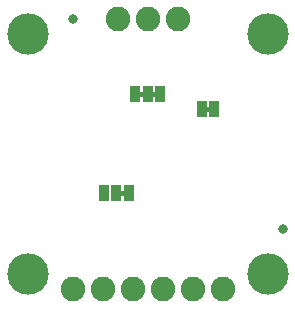
<source format=gbs>
G04 EAGLE Gerber RS-274X export*
G75*
%MOMM*%
%FSLAX34Y34*%
%LPD*%
%INSoldermask Bottom*%
%IPPOS*%
%AMOC8*
5,1,8,0,0,1.08239X$1,22.5*%
G01*
%ADD10C,3.505200*%
%ADD11C,0.838200*%
%ADD12R,0.863600X1.473200*%
%ADD13C,2.082800*%

G36*
X134050Y175907D02*
X134050Y175907D01*
X134116Y175909D01*
X134159Y175927D01*
X134206Y175935D01*
X134263Y175969D01*
X134323Y175994D01*
X134358Y176025D01*
X134399Y176050D01*
X134441Y176101D01*
X134489Y176145D01*
X134511Y176187D01*
X134540Y176224D01*
X134561Y176286D01*
X134592Y176345D01*
X134600Y176399D01*
X134612Y176436D01*
X134611Y176476D01*
X134619Y176530D01*
X134619Y179070D01*
X134608Y179135D01*
X134606Y179201D01*
X134588Y179244D01*
X134580Y179291D01*
X134546Y179348D01*
X134521Y179408D01*
X134490Y179443D01*
X134465Y179484D01*
X134414Y179526D01*
X134370Y179574D01*
X134328Y179596D01*
X134291Y179625D01*
X134229Y179646D01*
X134170Y179677D01*
X134116Y179685D01*
X134079Y179697D01*
X134039Y179696D01*
X133985Y179704D01*
X130175Y179704D01*
X130110Y179693D01*
X130044Y179691D01*
X130001Y179673D01*
X129954Y179665D01*
X129897Y179631D01*
X129837Y179606D01*
X129802Y179575D01*
X129761Y179550D01*
X129720Y179499D01*
X129671Y179455D01*
X129649Y179413D01*
X129620Y179376D01*
X129599Y179314D01*
X129568Y179255D01*
X129560Y179201D01*
X129548Y179164D01*
X129548Y179161D01*
X129549Y179124D01*
X129541Y179070D01*
X129541Y176530D01*
X129552Y176465D01*
X129554Y176399D01*
X129572Y176356D01*
X129580Y176309D01*
X129614Y176252D01*
X129639Y176192D01*
X129670Y176157D01*
X129695Y176116D01*
X129746Y176075D01*
X129790Y176026D01*
X129832Y176004D01*
X129869Y175975D01*
X129931Y175954D01*
X129990Y175923D01*
X130044Y175915D01*
X130081Y175903D01*
X130121Y175904D01*
X130175Y175896D01*
X133985Y175896D01*
X134050Y175907D01*
G37*
G36*
X123890Y175907D02*
X123890Y175907D01*
X123956Y175909D01*
X123999Y175927D01*
X124046Y175935D01*
X124103Y175969D01*
X124163Y175994D01*
X124198Y176025D01*
X124239Y176050D01*
X124281Y176101D01*
X124329Y176145D01*
X124351Y176187D01*
X124380Y176224D01*
X124401Y176286D01*
X124432Y176345D01*
X124440Y176399D01*
X124452Y176436D01*
X124451Y176476D01*
X124459Y176530D01*
X124459Y179070D01*
X124448Y179135D01*
X124446Y179201D01*
X124428Y179244D01*
X124420Y179291D01*
X124386Y179348D01*
X124361Y179408D01*
X124330Y179443D01*
X124305Y179484D01*
X124254Y179526D01*
X124210Y179574D01*
X124168Y179596D01*
X124131Y179625D01*
X124069Y179646D01*
X124010Y179677D01*
X123956Y179685D01*
X123919Y179697D01*
X123879Y179696D01*
X123825Y179704D01*
X120015Y179704D01*
X119950Y179693D01*
X119884Y179691D01*
X119841Y179673D01*
X119794Y179665D01*
X119737Y179631D01*
X119677Y179606D01*
X119642Y179575D01*
X119601Y179550D01*
X119560Y179499D01*
X119511Y179455D01*
X119489Y179413D01*
X119460Y179376D01*
X119439Y179314D01*
X119408Y179255D01*
X119400Y179201D01*
X119388Y179164D01*
X119388Y179161D01*
X119389Y179124D01*
X119381Y179070D01*
X119381Y176530D01*
X119392Y176465D01*
X119394Y176399D01*
X119412Y176356D01*
X119420Y176309D01*
X119454Y176252D01*
X119479Y176192D01*
X119510Y176157D01*
X119535Y176116D01*
X119586Y176075D01*
X119630Y176026D01*
X119672Y176004D01*
X119709Y175975D01*
X119771Y175954D01*
X119830Y175923D01*
X119884Y175915D01*
X119921Y175903D01*
X119961Y175904D01*
X120015Y175896D01*
X123825Y175896D01*
X123890Y175907D01*
G37*
G36*
X179770Y163207D02*
X179770Y163207D01*
X179836Y163209D01*
X179879Y163227D01*
X179926Y163235D01*
X179983Y163269D01*
X180043Y163294D01*
X180078Y163325D01*
X180119Y163350D01*
X180161Y163401D01*
X180209Y163445D01*
X180231Y163487D01*
X180260Y163524D01*
X180281Y163586D01*
X180312Y163645D01*
X180320Y163699D01*
X180332Y163736D01*
X180331Y163776D01*
X180339Y163830D01*
X180339Y166370D01*
X180328Y166435D01*
X180326Y166501D01*
X180308Y166544D01*
X180300Y166591D01*
X180266Y166648D01*
X180241Y166708D01*
X180210Y166743D01*
X180185Y166784D01*
X180134Y166826D01*
X180090Y166874D01*
X180048Y166896D01*
X180011Y166925D01*
X179949Y166946D01*
X179890Y166977D01*
X179836Y166985D01*
X179799Y166997D01*
X179759Y166996D01*
X179705Y167004D01*
X175895Y167004D01*
X175830Y166993D01*
X175764Y166991D01*
X175721Y166973D01*
X175674Y166965D01*
X175617Y166931D01*
X175557Y166906D01*
X175522Y166875D01*
X175481Y166850D01*
X175440Y166799D01*
X175391Y166755D01*
X175369Y166713D01*
X175340Y166676D01*
X175319Y166614D01*
X175288Y166555D01*
X175280Y166501D01*
X175268Y166464D01*
X175268Y166461D01*
X175269Y166424D01*
X175261Y166370D01*
X175261Y163830D01*
X175272Y163765D01*
X175274Y163699D01*
X175292Y163656D01*
X175300Y163609D01*
X175334Y163552D01*
X175359Y163492D01*
X175390Y163457D01*
X175415Y163416D01*
X175466Y163375D01*
X175510Y163326D01*
X175552Y163304D01*
X175589Y163275D01*
X175651Y163254D01*
X175710Y163223D01*
X175764Y163215D01*
X175801Y163203D01*
X175841Y163204D01*
X175895Y163196D01*
X179705Y163196D01*
X179770Y163207D01*
G37*
G36*
X107380Y92087D02*
X107380Y92087D01*
X107446Y92089D01*
X107489Y92107D01*
X107536Y92115D01*
X107593Y92149D01*
X107653Y92174D01*
X107688Y92205D01*
X107729Y92230D01*
X107771Y92281D01*
X107819Y92325D01*
X107841Y92367D01*
X107870Y92404D01*
X107891Y92466D01*
X107922Y92525D01*
X107930Y92579D01*
X107942Y92616D01*
X107941Y92656D01*
X107949Y92710D01*
X107949Y95250D01*
X107938Y95315D01*
X107936Y95381D01*
X107918Y95424D01*
X107910Y95471D01*
X107876Y95528D01*
X107851Y95588D01*
X107820Y95623D01*
X107795Y95664D01*
X107744Y95706D01*
X107700Y95754D01*
X107658Y95776D01*
X107621Y95805D01*
X107559Y95826D01*
X107500Y95857D01*
X107446Y95865D01*
X107409Y95877D01*
X107369Y95876D01*
X107315Y95884D01*
X103505Y95884D01*
X103440Y95873D01*
X103374Y95871D01*
X103331Y95853D01*
X103284Y95845D01*
X103227Y95811D01*
X103167Y95786D01*
X103132Y95755D01*
X103091Y95730D01*
X103050Y95679D01*
X103001Y95635D01*
X102979Y95593D01*
X102950Y95556D01*
X102929Y95494D01*
X102898Y95435D01*
X102890Y95381D01*
X102878Y95344D01*
X102878Y95341D01*
X102879Y95304D01*
X102871Y95250D01*
X102871Y92710D01*
X102882Y92645D01*
X102884Y92579D01*
X102902Y92536D01*
X102910Y92489D01*
X102944Y92432D01*
X102969Y92372D01*
X103000Y92337D01*
X103025Y92296D01*
X103076Y92255D01*
X103120Y92206D01*
X103162Y92184D01*
X103199Y92155D01*
X103261Y92134D01*
X103320Y92103D01*
X103374Y92095D01*
X103411Y92083D01*
X103451Y92084D01*
X103505Y92076D01*
X107315Y92076D01*
X107380Y92087D01*
G37*
D10*
X25400Y228600D03*
X228600Y228600D03*
D11*
X63500Y241300D03*
X241300Y63500D03*
D12*
X137414Y177800D03*
X127000Y177800D03*
X116586Y177800D03*
X172593Y165100D03*
X183007Y165100D03*
X89916Y93980D03*
X100330Y93980D03*
X110744Y93980D03*
D13*
X152400Y241300D03*
X127000Y241300D03*
X101600Y241300D03*
X63500Y12700D03*
X88900Y12700D03*
X114300Y12700D03*
X139700Y12700D03*
X165100Y12700D03*
X190500Y12700D03*
D10*
X25400Y25400D03*
X228600Y25400D03*
M02*

</source>
